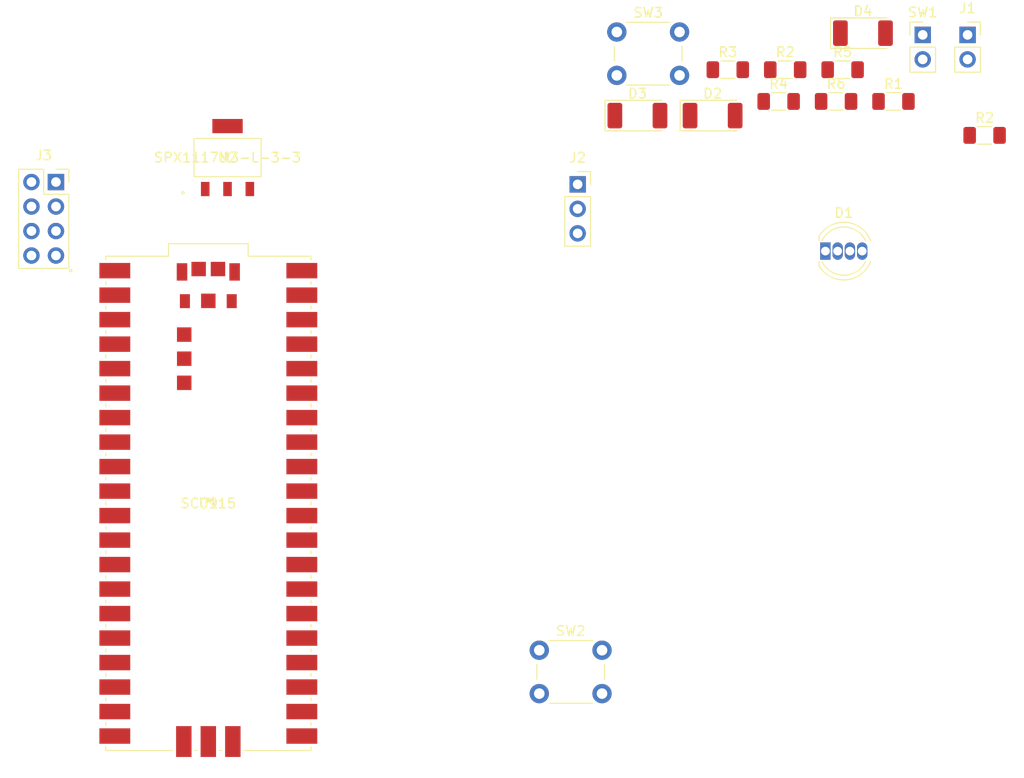
<source format=kicad_pcb>
(kicad_pcb (version 20211014) (generator pcbnew)
  (layers (0 "F.Cu" signal) (31 "B.Cu" signal) (34 "B.Paste" user) (35 "F.Paste" user) (36 "B.SilkS" user "B.Silkscreen") (37 "F.SilkS" user "F.Silkscreen") (38 "B.Mask" user) (39 "F.Mask" user) (44 "Edge.Cuts" user))
  (net 0 "")
  (net 1 "Net-(D1-Pad1)")
  (net 2 "Net-(D1-Pad2)")
  (net 3 "Net-(D2-Pad1)")
  (net 4 "ESP_3.3V")
  (net 5 "Net-(D3-Pad1)")
  (net 6 "ESP_GPIO2")
  (net 7 "Net-(D4-Pad1)")
  (net 8 "ESP_GPIO0")
  (net 9 "SCL")
  (net 10 "SDA")
  (net 11 "Net-(J2-Pad1)")
  (net 12 "Net-(J2-Pad2)")
  (net 13 "Net-(J2-Pad3)")
  (net 14 "ESP_GND")
  (net 15 "ESP_TX")
  (net 16 "ESP_EN")
  (net 17 "ESP_RST")
  (net 18 "ESP_RX")
  (net 19 "Net-(D1-Pad3)")
  (net 20 "Net-(SW1-Pad1)")
  (net 21 "Net-(SW2-Pad1)")
  (net 31 "MOTORL_SIG")
  (net 32 "MOTORR_SIG")
  (net 62 "+7.5V")
  (net 64 "Net-(R1-Pad1)")
  (net 65 "Net-(U1-Pad25)")
  (net 66 "Net-(U1-Pad24)")
  (net 67 "Net-(U1-Pad26)")
  (footprint "Connector_PinHeader_2.54mm:PinHeader_1x02_P2.54mm_Vertical" (layer "F.Cu") (at 176.185 76.18)
    (fp_text reference "SW1" (at 0 -2.33) (layer "F.SilkS"))
    (fp_text value "SW_MCU_EN")
    (fp_line (start 1.33 1.27) (end 1.33 3.87) (layer "F.SilkS") (width 0.12))
    (fp_line (start -1.33 1.27) (end 1.33 1.27) (layer "F.SilkS") (width 0.12))
    (fp_line (start -1.33 1.27) (end -1.33 3.87) (layer "F.SilkS") (width 0.12))
    (fp_line (start -1.33 0) (end -1.33 -1.33) (layer "F.SilkS") (width 0.12))
    (fp_line (start -1.33 -1.33) (end 0 -1.33) (layer "F.SilkS") (width 0.12))
    (fp_line (start -1.33 3.87) (end 1.33 3.87) (layer "F.SilkS") (width 0.12))
    (pad "1" thru_hole rect (at 0 0) (size 1.7 1.7) (drill 1) (layers *.Cu *.Mask) (net 20 "Net-(SW1-Pad1)"))
    (pad "2" thru_hole oval (at 0 2.54) (size 1.7 1.7) (drill 1) (layers *.Cu *.Mask) (net 4 "ESP_3.3V"))
  )
  (footprint "Connector_PinSocket_2.54mm:PinSocket_1x03_P2.54mm_Vertical" (layer "F.Cu") (at 140.425 91.68)
    (fp_text reference "J2" (at 0 -2.77) (layer "F.SilkS"))
    (fp_text value "Debug Header")
    (fp_line (start 1.33 1.27) (end 1.33 6.41) (layer "F.SilkS") (width 0.12))
    (fp_line (start 1.33 -1.33) (end 1.33 0) (layer "F.SilkS") (width 0.12))
    (fp_line (start 0 -1.33) (end 1.33 -1.33) (layer "F.SilkS") (width 0.12))
    (fp_line (start -1.33 1.27) (end 1.33 1.27) (layer "F.SilkS") (width 0.12))
    (fp_line (start -1.33 6.41) (end 1.33 6.41) (layer "F.SilkS") (width 0.12))
    (fp_line (start -1.33 1.27) (end -1.33 6.41) (layer "F.SilkS") (width 0.12))
    (pad "1" thru_hole rect (at 0 0) (size 1.7 1.7) (drill 1) (layers *.Cu *.Mask) (net 11 "Net-(J2-Pad1)"))
    (pad "2" thru_hole oval (at 0 2.54) (size 1.7 1.7) (drill 1) (layers *.Cu *.Mask) (net 12 "Net-(J2-Pad2)"))
    (pad "3" thru_hole oval (at 0 5.08) (size 1.7 1.7) (drill 1) (layers *.Cu *.Mask) (net 13 "Net-(J2-Pad3)"))
  )
  (footprint "Button_Switch_THT:SW_PUSH_6mm_H4.3mm" (layer "F.Cu") (at 144.485 75.88)
    (fp_text reference "SW3" (at 3.25 -2) (layer "F.SilkS"))
    (fp_text value "SW_ESP_RST")
    (fp_line (start -0.25 1.5) (end -0.25 3) (layer "F.SilkS") (width 0.12))
    (fp_line (start 5.5 -1) (end 1 -1) (layer "F.SilkS") (width 0.12))
    (fp_line (start 6.75 3) (end 6.75 1.5) (layer "F.SilkS") (width 0.12))
    (fp_line (start 1 5.5) (end 5.5 5.5) (layer "F.SilkS") (width 0.12))
    (pad "1" thru_hole circle (at 6.5 0 90) (size 2 2) (drill 1.1) (layers *.Cu *.Mask) (net 14 "ESP_GND"))
    (pad "1" thru_hole circle (at 0 0 90) (size 2 2) (drill 1.1) (layers *.Cu *.Mask) (net 14 "ESP_GND"))
    (pad "2" thru_hole circle (at 6.5 4.5 90) (size 2 2) (drill 1.1) (layers *.Cu *.Mask) (net 17 "ESP_RST"))
    (pad "2" thru_hole circle (at 0 4.5 90) (size 2 2) (drill 1.1) (layers *.Cu *.Mask) (net 17 "ESP_RST"))
  )
  (footprint "Regulators:SPX1117M3-L-3-3&slash_TR" (layer "F.Cu") (at 104.14 88.9)
    (fp_text reference "U2" (at 0 0) (layer "F.SilkS"))
    (fp_text value "SPX1117M3-L-3-3" (at 0 0) (layer "F.SilkS"))
    (fp_text user "*" (at 0 0) (layer "F.SilkS"))
    (fp_line (start 3.4798 1.9812) (end 3.4798 -1.9812) (layer "F.SilkS") (width 0.12))
    (fp_line (start -3.4798 -1.9812) (end -3.4798 1.9812) (layer "F.SilkS") (width 0.12))
    (fp_line (start -3.4798 1.9812) (end 3.4798 1.9812) (layer "F.SilkS") (width 0.12))
    (fp_line (start 3.4798 -1.9812) (end -3.4798 -1.9812) (layer "F.SilkS") (width 0.12))
    (fp_circle (center -4.6228 3.6449) (end -4.4958 3.6449) (layer "F.SilkS") (width 0.12) (fill none))
    (pad "1" smd rect locked (at -2.3114 3.2639) (size 0.889 1.4732) (layers "F.Cu" "F.Paste" "F.Mask") (net 14 "ESP_GND"))
    (pad "2" smd rect locked (at 0 3.2639) (size 0.889 1.4732) (layers "F.Cu" "F.Paste" "F.Mask") (net 20 "Net-(SW1-Pad1)"))
    (pad "3" smd rect locked (at 2.3114 3.2639) (size 0.889 1.4732) (layers "F.Cu" "F.Paste" "F.Mask") (net 62 "+7.5V"))
    (pad "4" smd rect locked (at 0 -3.2639) (size 3.1496 1.4732) (layers "F.Cu" "F.Paste" "F.Mask"))
  )
  (footprint "Connector_PinSocket_2.54mm:PinSocket_1x02_P2.54mm_Vertical" (layer "F.Cu") (at 180.835 76.18)
    (fp_text reference "J1" (at 0 -2.77) (layer "F.SilkS"))
    (fp_text value "I2C_EXPANSION")
    (fp_line (start -1.33 3.87) (end 1.33 3.87) (layer "F.SilkS") (width 0.12))
    (fp_line (start -1.33 1.27) (end 1.33 1.27) (layer "F.SilkS") (width 0.12))
    (fp_line (start 0 -1.33) (end 1.33 -1.33) (layer "F.SilkS") (width 0.12))
    (fp_line (start 1.33 -1.33) (end 1.33 0) (layer "F.SilkS") (width 0.12))
    (fp_line (start 1.33 1.27) (end 1.33 3.87) (layer "F.SilkS") (width 0.12))
    (fp_line (start -1.33 1.27) (end -1.33 3.87) (layer "F.SilkS") (width 0.12))
    (pad "1" thru_hole rect (at 0 0) (size 1.7 1.7) (drill 1) (layers *.Cu *.Mask) (net 9 "SCL"))
    (pad "2" thru_hole oval (at 0 2.54) (size 1.7 1.7) (drill 1) (layers *.Cu *.Mask) (net 10 "SDA"))
  )
  (footprint "Resistor_SMD:R_1206_3216Metric_Pad1.30x1.75mm_HandSolder" (layer "F.Cu") (at 167.885 79.79)
    (fp_text reference "R5" (at 0 -1.82) (layer "F.SilkS"))
    (fp_text value "220")
    (fp_line (start -0.727064 0.91) (end 0.727064 0.91) (layer "F.SilkS") (width 0.12))
    (fp_line (start -0.727064 -0.91) (end 0.727064 -0.91) (layer "F.SilkS") (width 0.12))
    (pad "1" smd roundrect (at -1.55 0) (size 1.3 1.75) (layers "F.Cu" "F.Paste" "F.Mask") (roundrect_rratio 0.192308) (net 14 "ESP_GND"))
    (pad "2" smd roundrect (at 1.55 0) (size 1.3 1.75) (layers "F.Cu" "F.Paste" "F.Mask") (roundrect_rratio 0.192308) (net 5 "Net-(D3-Pad1)"))
  )
  (footprint "Resistor_SMD:R_1206_3216Metric_Pad1.30x1.75mm_HandSolder" (layer "F.Cu") (at 155.985 79.79)
    (fp_text reference "R3" (at 0 -1.82) (layer "F.SilkS"))
    (fp_text value "220")
    (fp_line (start -0.727064 0.91) (end 0.727064 0.91) (layer "F.SilkS") (width 0.12))
    (fp_line (start -0.727064 -0.91) (end 0.727064 -0.91) (layer "F.SilkS") (width 0.12))
    (pad "1" smd roundrect (at -1.55 0) (size 1.3 1.75) (layers "F.Cu" "F.Paste" "F.Mask") (roundrect_rratio 0.192308) (net 19 "Net-(D1-Pad3)"))
    (pad "2" smd roundrect (at 1.55 0) (size 1.3 1.75) (layers "F.Cu" "F.Paste" "F.Mask") (roundrect_rratio 0.192308) (net 67 "Net-(U1-Pad26)"))
  )
  (footprint "Resistor_SMD:R_1206_3216Metric_Pad1.30x1.75mm_HandSolder" (layer "F.Cu") (at 182.6 86.6)
    (fp_text reference "R2" (at 0 -1.82) (layer "F.SilkS"))
    (fp_text value "220")
    (fp_line (start -0.727064 0.91) (end 0.727064 0.91) (layer "F.SilkS") (width 0.12))
    (fp_line (start -0.727064 -0.91) (end 0.727064 -0.91) (layer "F.SilkS") (width 0.12))
    (pad "1" smd roundrect (at -1.55 0) (size 1.3 1.75) (layers "F.Cu" "F.Paste" "F.Mask") (roundrect_rratio 0.192308) (net 1 "Net-(D1-Pad1)"))
    (pad "2" smd roundrect (at 1.55 0) (size 1.3 1.75) (layers "F.Cu" "F.Paste" "F.Mask") (roundrect_rratio 0.192308) (net 66 "Net-(U1-Pad24)"))
  )
  (footprint "Resistor_SMD:R_1206_3216Metric_Pad1.30x1.75mm_HandSolder" (layer "F.Cu") (at 173.155 83.08)
    (fp_text reference "R1" (at 0 -1.82) (layer "F.SilkS"))
    (fp_text value "220")
    (fp_line (start -0.727064 -0.91) (end 0.727064 -0.91) (layer "F.SilkS") (width 0.12))
    (fp_line (start -0.727064 0.91) (end 0.727064 0.91) (layer "F.SilkS") (width 0.12))
    (pad "1" smd roundrect (at -1.55 0) (size 1.3 1.75) (layers "F.Cu" "F.Paste" "F.Mask") (roundrect_rratio 0.192308) (net 64 "Net-(R1-Pad1)"))
    (pad "2" smd roundrect (at 1.55 0) (size 1.3 1.75) (layers "F.Cu" "F.Paste" "F.Mask") (roundrect_rratio 0.192308) (net 65 "Net-(U1-Pad25)"))
  )
  (footprint "LED_SMD:LED_2010_5025Metric_Pad1.52x2.65mm_HandSolder" (layer "F.Cu") (at 169.99 76)
    (fp_text reference "D4" (at 0 -2.28) (layer "F.SilkS"))
    (fp_text value "ESP_LED0")
    (fp_line (start -3.36 -1.585) (end -3.36 1.585) (layer "F.SilkS") (width 0.12))
    (fp_line (start -3.36 1.585) (end 2.5 1.585) (layer "F.SilkS") (width 0.12))
    (fp_line (start 2.5 -1.585) (end -3.36 -1.585) (layer "F.SilkS") (width 0.12))
    (pad "1" smd roundrect (at -2.3375 0) (size 1.525 2.65) (layers "F.Cu" "F.Paste" "F.Mask") (roundrect_rratio 0.163934) (net 7 "Net-(D4-Pad1)"))
    (pad "2" smd roundrect (at 2.3375 0) (size 1.525 2.65) (layers "F.Cu" "F.Paste" "F.Mask") (roundrect_rratio 0.163934) (net 8 "ESP_GPIO0"))
  )
  (footprint "MCUs:SC0915" (layer "F.Cu") (at 102.1491 124.760459)
    (fp_text reference "U1" (at 0 0) (layer "F.SilkS"))
    (fp_text value "SC0915" (at 0 0) (layer "F.SilkS"))
    (fp_text user "*" (at 0 0) (layer "F.SilkS"))
    (fp_line (start -3.67284 25.6286) (end -10.6299 25.6286) (layer "F.SilkS") (width 0.12))
    (fp_line (start -1.13284 25.6286) (end -1.40716 25.6286) (layer "F.SilkS") (width 0.12))
    (fp_line (start 10.6299 20.18284) (end 10.6299 20.45716) (layer "F.SilkS") (width 0.12))
    (fp_line (start -10.6299 17.91716) (end -10.6299 17.64284) (layer "F.SilkS") (width 0.12))
    (fp_line (start 10.6299 -17.91716) (end 10.6299 -17.64284) (layer "F.SilkS") (width 0.12))
    (fp_line (start -10.6299 20.45716) (end -10.6299 20.18284) (layer "F.SilkS") (width 0.12))
    (fp_line (start 10.6299 4.94284) (end 10.6299 5.21716) (layer "F.SilkS") (width 0.12))
    (fp_line (start 1.40716 25.6286) (end 1.13284 25.6286) (layer "F.SilkS") (width 0.12))
    (fp_line (start -4.1275 -25.6286) (end -4.1275 -26.924) (layer "F.SilkS") (width 0.12))
    (fp_line (start 10.6299 25.6286) (end 3.67284 25.6286) (layer "F.SilkS") (width 0.12))
    (fp_line (start -10.6299 -2.40284) (end -10.6299 -2.67716) (layer "F.SilkS") (width 0.12))
    (fp_line (start 10.6299 25.26284) (end 10.6299 25.6286) (layer "F.SilkS") (width 0.12))
    (fp_line (start 10.6299 -10.29716) (end 10.6299 -10.02284) (layer "F.SilkS") (width 0.12))
    (fp_line (start -10.6299 25.6286) (end -10.6299 25.26284) (layer "F.SilkS") (width 0.12))
    (fp_line (start -10.6299 15.37716) (end -10.6299 15.10284) (layer "F.SilkS") (width 0.12))
    (fp_line (start 10.6299 -7.75716) (end 10.6299 -7.48284) (layer "F.SilkS") (width 0.12))
    (fp_line (start 4.1275 -25.6286) (end 10.6299 -25.6286) (layer "F.SilkS") (width 0.12))
    (fp_line (start 10.6299 -12.83716) (end 10.6299 -12.56284) (layer "F.SilkS") (width 0.12))
    (fp_line (start 10.6299 10.02284) (end 10.6299 10.29716) (layer "F.SilkS") (width 0.12))
    (fp_line (start -10.6299 -10.02284) (end -10.6299 -10.29716) (layer "F.SilkS") (width 0.12))
    (fp_line (start 10.6299 -22.99716) (end 10.6299 -22.72284) (layer "F.SilkS") (width 0.12))
    (fp_line (start 10.6299 -0.13716) (end 10.6299 0.13716) (layer "F.SilkS") (width 0.12))
    (fp_line (start -10.6299 -12.56284) (end -10.6299 -12.83716) (layer "F.SilkS") (width 0.12))
    (fp_line (start 10.6299 -25.6286) (end 10.6299 -25.26284) (layer "F.SilkS") (width 0.12))
    (fp_line (start 10.6299 17.64284) (end 10.6299 17.91716) (layer "F.SilkS") (width 0.12))
    (fp_line (start -4.1275 -26.924) (end 4.1275 -26.924) (layer "F.SilkS") (width 0.12))
    (fp_line (start -10.6299 5.21716) (end -10.6299 4.94284) (layer "F.SilkS") (width 0.12))
    (fp_line (start -10.6299 12.83716) (end -10.6299 12.56284) (layer "F.SilkS") (width 0.12))
    (fp_line (start 10.6299 -5.21716) (end 10.6299 -4.94284) (layer "F.SilkS") (width 0.12))
    (fp_line (start -10.6299 10.29716) (end -10.6299 10.02284) (layer "F.SilkS") (width 0.12))
    (fp_line (start -10.6299 7.75716) (end -10.6299 7.48284) (layer "F.SilkS") (width 0.12))
    (fp_line (start -10.6299 -4.94284) (end -10.6299 -5.21716) (layer "F.SilkS") (width 0.12))
    (fp_line (start -10.6299 -22.72284) (end -10.6299 -22.99716) (layer "F.SilkS") (width 0.12))
    (fp_line (start 10.6299 -20.45716) (end 10.6299 -20.18284) (layer "F.SilkS") (width 0.12))
    (fp_line (start -10.6299 -7.48284) (end -10.6299 -7.75716) (layer "F.SilkS") (width 0.12))
    (fp_line (start -10.6299 -17.64284) (end -10.6299 -17.91716) (layer "F.SilkS") (width 0.12))
    (fp_line (start 4.1275 -26.924) (end 4.1275 -25.6286) (layer "F.SilkS") (width 0.12))
    (fp_line (start 10.6299 15.10284) (end 10.6299 15.37716) (layer "F.SilkS") (width 0.12))
    (fp_line (start 10.6299 7.48284) (end 10.6299 7.75716) (layer "F.SilkS") (width 0.12))
    (fp_line (start -10.6299 2.67716) (end -10.6299 2.40284) (layer "F.SilkS") (width 0.12))
    (fp_line (start -10.6299 22.99716) (end -10.6299 22.72284) (layer "F.SilkS") (width 0.12))
    (fp_line (start 10.6299 22.72284) (end 10.6299 22.99716) (layer "F.SilkS") (width 0.12))
    (fp_line (start 10.6299 2.40284) (end 10.6299 2.67716) (layer "F.SilkS") (width 0.12))
    (fp_line (start -10.6299 -20.18284) (end -10.6299 -20.45716) (layer "F.SilkS") (width 0.12))
    (fp_line (start -10.6299 -15.10284) (end -10.6299 -15.37716) (layer "F.SilkS") (width 0.12))
    (fp_line (start 10.6299 12.56284) (end 10.6299 12.83716) (layer "F.SilkS") (width 0.12))
    (fp_line (start 10.6299 -2.67716) (end 10.6299 -2.40284) (layer "F.SilkS") (width 0.12))
    (fp_line (start -10.6299 -25.6286) (end -4.1275 -25.6286) (layer "F.SilkS") (width 0.12))
    (fp_line (start -10.6299 -25.26284) (end -10.6299 -25.6286) (layer "F.SilkS") (width 0.12))
    (fp_line (start 10.6299 -15.37716) (end 10.6299 -15.10284) (layer "F.SilkS") (width 0.12))
    (fp_line (start -10.6299 0.13716) (end -10.6299 -0.13716) (layer "F.SilkS") (width 0.12))
    (fp_circle (center -14.2621 -24.13) (end -14.1351 -24.13) (layer "F.SilkS") (width 0.12) (fill none))
    (pad "1" smd rect locked (at -9.6901 -24.13) (size 3.2004 1.6002) (layers "F.Cu" "F.Paste" "F.Mask") (net 18 "ESP_RX"))
    (pad "2" smd rect locked (at -9.6901 -21.59) (size 3.2004 1.6002) (layers "F.Cu" "F.Paste" "F.Mask") (net 15 "ESP_TX"))
    (pad "3" smd rect locked (at -9.6901 -19.05) (size 3.2004 1.6002) (layers "F.Cu" "F.Paste" "F.Mask"))
    (pad "4" smd rect locked (at -9.6901 -16.51) (size 3.2004 1.6002) (layers "F.Cu" "F.Paste" "F.Mask"))
    (pad "5" smd rect locked (at -9.6901 -13.97) (size 3.2004 1.6002) (layers "F.Cu" "F.Paste" "F.Mask"))
    (pad "6" smd rect locked (at -9.6901 -11.43) (size 3.2004 1.6002) (layers "F.Cu" "F.Paste" "F.Mask") (net 10 "SDA"))
    (pad "7" smd rect locked (at -9.6901 -8.89) (size 3.2004 1.6002) (layers "F.Cu" "F.Paste" "F.Mask") (net 9 "SCL"))
    (pad "8" smd rect locked (at -9.6901 -6.35) (size 3.2004 1.6002) (layers "F.Cu" "F.Paste" "F.Mask"))
    (pad "9" smd rect locked (at -9.6901 -3.81) (size 3.2004 1.6002) (layers "F.Cu" "F.Paste" "F.Mask"))
    (pad "10" smd rect locked (at -9.6901 -1.27) (size 3.2004 1.6002) (layers "F.Cu" "F.Paste" "F.Mask"))
    (pad "11" smd rect locked (at -9.6901 1.27) (size 3.2004 1.6002) (layers "F.Cu" "F.Paste" "F.Mask"))
    (pad "12" smd rect locked (at -9.6901 3.81) (size 3.2004 1.6002) (layers "F.Cu" "F.Paste" "F.Mask"))
    (pad "13" smd rect locked (at -9.6901 6.35) (size 3.2004 1.6002) (layers "F.Cu" "F.Paste" "F.Mask"))
    (pad "14" smd rect locked (at -9.6901 8.89) (size 3.2004 1.6002) (layers "F.Cu" "F.Paste" "F.Mask") (net 31 "MOTORL_SIG"))
    (pad "15" smd rect locked (at -9.6901 11.43) (size 3.2004 1.6002) (layers "F.Cu" "F.Paste" "F.Mask") (net 32 "MOTORR_SIG"))
    (pad "16" smd rect locked (at -9.6901 13.97) (size 3.2004 1.6002) (layers "F.Cu" "F.Paste" "F.Mask"))
    (pad "17" smd rect locked (at -9.6901 16.51) (size 3.2004 1.6002) (layers "F.Cu" "F.Paste" "F.Mask"))
    (pad "18" smd rect locked (at -9.6901 19.05) (size 3.2004 1.6002) (layers "F.Cu" "F.Paste" "F.Mask"))
    (pad "19" smd rect locked (at -9.6901 21.59) (size 3.2004 1.6002) (layers "F.Cu" "F.Paste" "F.Mask"))
    (pad "20" smd rect locked (at -9.6901 24.13) (size 3.2004 1.6002) (layers "F.Cu" "F.Paste" "F.Mask"))
    (pad "21" smd rect locked (at 9.6901 24.13) (size 3.2004 1.6002) (layers "F.Cu" "F.Paste" "F.Mask"))
    (pad "22" smd rect locked (at 9.6901 21.59) (size 3.2004 1.6002) (layers "F.Cu" "F.Paste" "F.Mask"))
    (pad "23" smd rect locked (at 9.6901 19.05) (size 3.2004 1.6002) (layers "F.Cu" "F.Paste" "F.Mask"))
    (pad "24" smd rect locked (at 9.6901 16.51) (size 3.2004 1.6002) (layers "F.Cu" "F.Paste" "F.Mask") (net 66 "Net-(U1-Pad24)"))
    (pad "25" smd rect locked (at 9.6901 13.97) (size 3.2004 1.6002) (layers "F.Cu" "F.Paste" "F.Mask") (net 65 "Net-(U1-Pad25)"))
    (pad "26" smd rect locked (at 9.6901 11.43) (size 3.2004 1.6002) (layers "F.Cu" "F.Paste" "F.Mask") (net 67 "Net-(U1-Pad26)"))
    (pad "27" smd rect locked (at 9.6901 8.89) (size 3.2004 1.6002) (layers "F.Cu" "F.Paste" "F.Mask"))
    (pad "28" smd rect locked (at 9.6901 6.35) (size 3.2004 1.6002) (layers "F.Cu" "F.Paste" "F.Mask"))
    (pad "29" smd rect locked (at 9.6901 3.81) (size 3.2004 1.6002) (layers "F.Cu" "F.Paste" "F.Mask"))
    (pad "30" smd rect locked (at 9.6901 1.27) (size 3.2004 1.6002) (layers "F.Cu" "F.Paste" "F.Mask") (net 21 "Net-(SW2-Pad1)"))
    (pad "31" smd rect locked (at 9.6901 -1.27) (size 3.2004 1.6002) (layers "F.Cu" "F.Paste" "F.Mask"))
    (pad "32" smd rect locked (at 9.6901 -3.81) (size 3.2004 1.6002) (layers "F.Cu" "F.Paste" "F.Mask"))
    (pad "33" smd rect locked (at 9.6901 -6.35) (size 3.2004 1.6002) (layers "F.Cu" "F.Paste" "F.Mask"))
    (pad "34" smd rect locked (at 9.6901 -8.89) (size 3.2004 1.6002) (layers "F.Cu" "F.Paste" "F.Mask"))
    (pad "35" smd rect locked (at 9.6901 -11.43) (size 3.2004 1.6002) (layers "F.Cu" "F.Paste" "F.Mask"))
    (pad "36" smd rect locked (at 9.6901 -13.97) (size 3.2004 1.6002) (layers "F.Cu" "F.Paste" "F.Mask"))
    (pad "37" smd rect locked (at 9.6901 -16.51) (size 3.2004 1.6002) (layers "F.Cu" "F.Paste" "F.Mask"))
    (pad "38" smd rect locked (at 9.6901 -19.05) (size 3.2004 1.6002) (layers "F.Cu" "F.Paste" "F.Mask") (net 14 "ESP_GND"))
    (pad "39" smd rect locked (at 9.6901 -21.59) (size 3.2004 1.6002) (layers "F.Cu" "F.Paste" "F.Mask") (net 4 "ESP_3.3V"))
    (pad "40" smd rect locked (at 9.6901 -24.13) (size 3.2004 1.6002) (layers "F.Cu" "F.Paste" "F.Mask"))
    (pad "A" smd rect locked (at -2.72542 -24.00046) (size 1.0922 1.8034) (layers "F.Cu" "F.Paste" "F.Mask"))
    (pad "B" smd rect locked (at 2.72542 -24.00046) (size 1.0922 1.8034) (layers "F.Cu" "F.Paste" "F.Mask"))
    (pad "C" smd rect locked (at -2.4257 -20.97024) (size 1.0414 1.4478) (layers "F.Cu" "F.Paste" "F.Mask"))
    (pad "D" smd rect locked (at 2.4257 -20.97024) (size 1.0414 1.4478) (layers "F.Cu" "F.Paste" "F.Mask"))
    (pad "D1" smd rect locked (at -2.54 24.69896 90) (size 3.2004 1.6002) (layers "F.Cu" "F.Paste" "F.Mask") (net 13 "Net-(J2-Pad3)"))
    (pad "D2" smd rect locked (at 0 24.69896 90) (size 3.2004 1.6002) (layers "F.Cu" "F.Paste" "F.Mask") (net 12 "Net-(J2-Pad2)"))
    (pad "D3" smd rect locked (at 2.54 24.69896 90) (size 3.2004 1.6002) (layers "F.Cu" "F.Paste" "F.Mask") (net 11 "Net-(J2-Pad1)"))
    (pad "TP1" smd rect locked (at 0 -21.00072) (size 1.4986 1.4986) (layers "F.Cu" "F.Paste" "F.Mask"))
    (pad "TP2" smd rect locked (at 1.00076 -24.30018) (size 1.4986 1.4986) (layers "F.Cu" "F.Paste" "F.Mask"))
    (pad "TP3" smd rect locked (at -1.00076 -24.30018) (size 1.4986 1.4986) (layers "F.Cu" "F.Paste" "F.Mask"))
    (pad "TP4" smd rect locked (at -2.49936 -17.5006) (size 1.4986 1.4986) (layers "F.Cu" "F.Paste" "F.Mask"))
    (pad "TP5" smd rect locked (at -2.49936 -15.00124) (size 1.4986 1.4986) (layers "F.Cu" "F.Paste" "F.Mask"))
    (pad "TP6" smd rect locked (at -2.49936 -12.50188) (size 1.4986 1.4986) (layers "F.Cu" "F.Paste" "F.Mask"))
  )
  (footprint "Resistor_SMD:R_1206_3216Metric_Pad1.30x1.75mm_HandSolder" (layer "F.Cu") (at 167.205 83.08)
    (fp_text reference "R6" (at 0 -1.82) (layer "F.SilkS"))
    (fp_text value "220")
    (fp_line (start -0.727064 0.91) (end 0.727064 0.91) (layer "F.SilkS") (width 0.12))
    (fp_line (start -0.727064 -0.91) (end 0.727064 -0.91) (layer "F.SilkS") (width 0.12))
    (pad "1" smd roundrect (at -1.55 0) (size 1.3 1.75) (layers "F.Cu" "F.Paste" "F.Mask") (roundrect_rratio 0.192308) (net 14 "ESP_GND"))
    (pad "2" smd roundrect (at 1.55 0) (size 1.3 1.75) (layers "F.Cu" "F.Paste" "F.Mask") (roundrect_rratio 0.192308) (net 7 "Net-(D4-Pad1)"))
  )
  (footprint "Resistor_SMD:R_1206_3216Metric_Pad1.30x1.75mm_HandSolder" (layer "F.Cu") (at 161.255 83.08)
    (fp_text reference "R4" (at 0 -1.82) (layer "F.SilkS"))
    (fp_text value "220")
    (fp_line (start -0.727064 -0.91) (end 0.727064 -0.91) (layer "F.SilkS") (width 0.12))
    (fp_line (start -0.727064 0.91) (end 0.727064 0.91) (layer "F.SilkS") (width 0.12))
    (pad "1" smd roundrect (at -1.55 0) (size 1.3 1.75) (layers "F.Cu" "F.Paste" "F.Mask") (roundrect_rratio 0.192308) (net 14 "ESP_GND"))
    (pad "2" smd roundrect (at 1.55 0) (size 1.3 1.75) (layers "F.Cu" "F.Paste" "F.Mask") (roundrect_rratio 0.192308) (net 3 "Net-(D2-Pad1)"))
  )
  (footprint "Connector_PinSocket_2.54mm:PinSocket_2x04_P2.54mm_Vertical" (layer "F.Cu") (at 86.36 91.44)
    (fp_text reference "J3" (at -1.27 -2.77) (layer "F.SilkS"))
    (fp_text value "ESP_Header")
    (fp_line (start -1.27 -1.33) (end -1.27 1.27) (layer "F.SilkS") (width 0.12))
    (fp_line (start -3.87 -1.33) (end -1.27 -1.33) (layer "F.SilkS") (width 0.12))
    (fp_line (start -3.87 8.95) (end 1.33 8.95) (layer "F.SilkS") (width 0.12))
    (fp_line (start 1.33 -1.33) (end 1.33 0) (layer "F.SilkS") (width 0.12))
    (fp_line (start -1.27 1.27) (end 1.33 1.27) (layer "F.SilkS") (width 0.12))
    (fp_line (start -3.87 -1.33) (end -3.87 8.95) (layer "F.SilkS") (width 0.12))
    (fp_line (start 1.33 1.27) (end 1.33 8.95) (layer "F.SilkS") (width 0.12))
    (fp_line (start 0 -1.33) (end 1.33 -1.33) (layer "F.SilkS") (width 0.12))
    (pad "1" thru_hole rect (at 0 0) (size 1.7 1.7) (drill 1) (layers *.Cu *.Mask) (net 14 "ESP_GND"))
    (pad "2" thru_hole oval (at -2.54 0) (size 1.7 1.7) (drill 1) (layers *.Cu *.Mask) (net 15 "ESP_TX"))
    (pad "3" thru_hole oval (at 0 2.54) (size 1.7 1.7) (drill 1) (layers *.Cu *.Mask) (net 6 "ESP_GPIO2"))
    (pad "4" thru_hole oval (at -2.54 2.54) (size 1.7 1.7) (drill 1) (layers *.Cu *.Mask) (net 16 "ESP_EN"))
    (pad "5" thru_hole oval (at 0 5.08) (size 1.7 1.7) (drill 1) (layers *.Cu *.Mask) (net 8 "ESP_GPIO0"))
    (pad "6" thru_hole oval (at -2.54 5.08) (size 1.7 1.7) (drill 1) (layers *.Cu *.Mask) (net 17 "ESP_RST"))
    (pad "7" thru_hole oval (at 0 7.62) (size 1.7 1.7) (drill 1) (layers *.Cu *.Mask) (net 18 "ESP_RX"))
    (pad "8" thru_hole oval (at -2.54 7.62) (size 1.7 1.7) (drill 1) (layers *.Cu *.Mask) (net 4 "ESP_3.3V"))
  )
  (footprint "LED_THT:LED_D5.0mm-4_RGB" (layer "F.Cu") (at 166.1 98.6)
    (fp_text reference "D1" (at 1.905 -3.96) (layer "F.SilkS"))
    (fp_text value "PICO_LED")
    (fp_line (start -0.655 -1.545) (end -0.655 -1.08) (layer "F.SilkS") (width 0.12))
    (fp_line (start -0.655 1.08) (end -0.655 1.545) (layer "F.SilkS") (width 0.12))
    (fp_arc (start 4.692815 1.080827) (mid 2.163456 2.978808) (end -0.655 1.54483) (layer "F.SilkS") (width 0.12))
    (fp_arc (start -0.349684 -1.08) (mid 1.904762 -2.5) (end 4.159479 -1.080429) (layer "F.SilkS") (width 0.12))
    (fp_arc (start 4.159479 1.080429) (mid 1.904762 2.5) (end -0.349684 1.08) (layer "F.SilkS") (width 0.12))
    (fp_arc (start -0.655 -1.54483) (mid 2.163456 -2.978809) (end 4.692815 -1.080827) (layer "F.SilkS") (width 0.12))
    (pad "1" thru_hole rect (at 0 0) (size 1.07 1.8) (drill 0.9) (layers *.Cu *.Mask) (net 1 "Net-(D1-Pad1)"))
    (pad "2" thru_hole oval (at 1.27 0) (size 1.07 1.8) (drill 0.9) (layers *.Cu *.Mask) (net 64 "Net-(R1-Pad1)"))
    (pad "3" thru_hole oval (at 2.54 0) (size 1.07 1.8) (drill 0.9) (layers *.Cu *.Mask) (net 19 "Net-(D1-Pad3)"))
    (pad "4" thru_hole oval (at 3.81 0) (size 1.07 1.8) (drill 0.9) (layers *.Cu *.Mask) (net 14 "ESP_GND"))
  )
  (footprint "Button_Switch_THT:SW_PUSH_6mm_H4.3mm" (layer "F.Cu") (at 136.45 139.99)
    (fp_text reference "SW2" (at 3.25 -2) (layer "F.SilkS"))
    (fp_text value "SW_PICO_RST")
    (fp_line (start 5.5 -1) (end 1 -1) (layer "F.SilkS") (width 0.12))
    (fp_line (start 6.75 3) (end 6.75 1.5) (layer "F.SilkS") (width 0.12))
    (fp_line (start 1 5.5) (end 5.5 5.5) (layer "F.SilkS") (width 0.12))
    (fp_line (start -0.25 1.5) (end -0.25 3) (layer "F.SilkS") (width 0.12))
    (pad "1" thru_hole circle (at 0 0 90) (size 2 2) (drill 1.1) (layers *.Cu *.Mask) (net 21 "Net-(SW2-Pad1)"))
    (pad "1" thru_hole circle (at 6.5 0 90) (size 2 2) (drill 1.1) (layers *.Cu *.Mask) (net 21 "Net-(SW2-Pad1)"))
    (pad "2" thru_hole circle (at 6.5 4.5 90) (size 2 2) (drill 1.1) (layers *.Cu *.Mask) (net 14 "ESP_GND"))
    (pad "2" thru_hole circle (at 0 4.5 90) (size 2 2) (drill 1.1) (layers *.Cu *.Mask) (net 14 "ESP_GND"))
  )
  (footprint "LED_SMD:LED_2010_5025Metric_Pad1.52x2.65mm_HandSolder" (layer "F.Cu") (at 154.41 84.55)
    (fp_text reference "D2" (at 0 -2.28) (layer "F.SilkS"))
    (fp_text value "MCU_PWR_LED")
    (fp_line (start -3.36 -1.585) (end -3.36 1.585) (layer "F.SilkS") (width 0.12))
    (fp_line (start 2.5 -1.585) (end -3.36 -1.585) (layer "F.SilkS") (width 0.12))
    (fp_line (start -3.36 1.585) (end 2.5 1.585) (layer "F.SilkS") (width 0.12))
    (pad "1" smd roundrect (at -2.3375 0) (size 1.525 2.65) (layers "F.Cu" "F.Paste" "F.Mask") (roundrect_rratio 0.163934) (net 3 "Net-(D2-Pad1)"))
    (pad "2" smd roundrect (at 2.3375 0) (size 1.525 2.65) (layers "F.Cu" "F.Paste" "F.Mask") (roundrect_rratio 0.163934) (net 4 "ESP_3.3V"))
  )
  (footprint "LED_SMD:LED_2010_5025Metric_Pad1.52x2.65mm_HandSolder" (layer "F.Cu") (at 146.62 84.55)
    (fp_text reference "D3" (at 0 -2.28) (layer "F.SilkS"))
    (fp_text value "ESP_LED1")
    (fp_line (start 2.5 -1.585) (end -3.36 -1.585) (layer "F.SilkS") (width 0.12))
    (fp_line (start -3.36 1.585) (end 2.5 1.585) (layer "F.SilkS") (width 0.12))
    (fp_line (start -3.36 -1.585) (end -3.36 1.585) (layer "F.SilkS") (width 0.12))
    (pad "1" smd roundrect (at -2.3375 0) (size 1.525 2.65) (layers "F.Cu" "F.Paste" "F.Mask") (roundrect_rratio 0.163934) (net 5 "Net-(D3-Pad1)"))
    (pad "2" smd roundrect (at 2.3375 0) (size 1.525 2.65) (layers "F.Cu" "F.Paste" "F.Mask") (roundrect_rratio 0.163934) (net 6 "ESP_GPIO2"))
  )
  (footprint "Resistor_SMD:R_1206_3216Metric_Pad1.30x1.75mm_HandSolder" (layer "F.Cu") (at 161.935 79.79)
    (fp_text reference "R2" (at 0 -1.82) (layer "F.SilkS"))
    (fp_text value "R_Small_US")
    (fp_line (start -0.727064 0.91) (end 0.727064 0.91) (layer "F.SilkS") (width 0.12))
    (fp_line (start -0.727064 -0.91) (end 0.727064 -0.91) (layer "F.SilkS") (width 0.12))
    (pad "1" smd roundrect (at -1.55 0) (size 1.3 1.75) (layers "F.Cu" "F.Paste" "F.Mask") (roundrect_rratio 0.192308) (net 14 "ESP_GND"))
    (pad "2" smd roundrect (at 1.55 0) (size 1.3 1.75) (layers "F.Cu" "F.Paste" "F.Mask") (roundrect_rratio 0.192308) (net 2 "Net-(D1-Pad2)"))
  )
)
</source>
